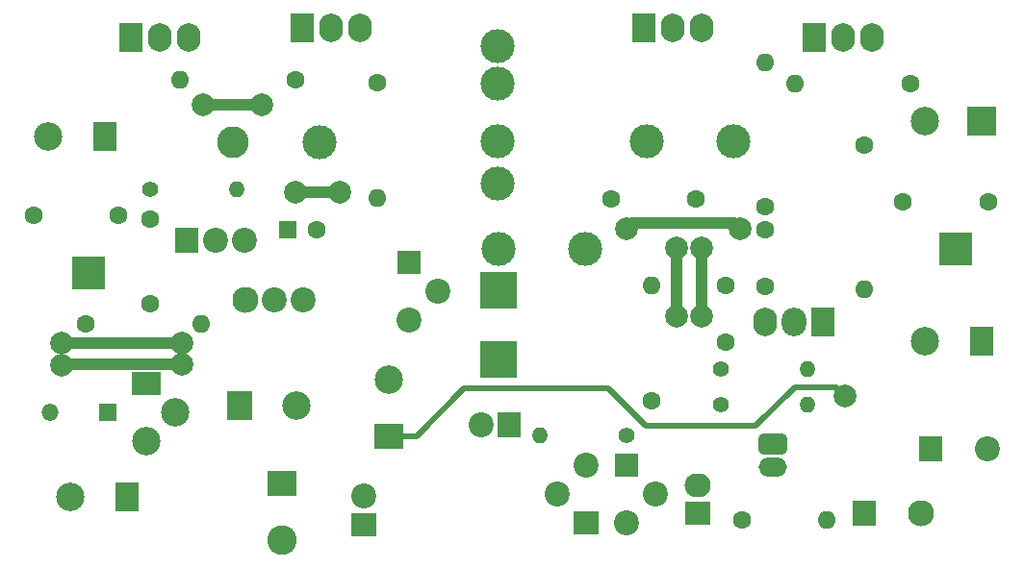
<source format=gbr>
%TF.GenerationSoftware,KiCad,Pcbnew,7.0.9*%
%TF.CreationDate,2023-11-26T22:18:51+01:00*%
%TF.ProjectId,Wzmacniacz_PW3017_modyfikacja,577a6d61-636e-4696-9163-7a5f50573330,rev?*%
%TF.SameCoordinates,Original*%
%TF.FileFunction,Copper,L1,Top*%
%TF.FilePolarity,Positive*%
%FSLAX46Y46*%
G04 Gerber Fmt 4.6, Leading zero omitted, Abs format (unit mm)*
G04 Created by KiCad (PCBNEW 7.0.9) date 2023-11-26 22:18:51*
%MOMM*%
%LPD*%
G01*
G04 APERTURE LIST*
G04 Aperture macros list*
%AMRoundRect*
0 Rectangle with rounded corners*
0 $1 Rounding radius*
0 $2 $3 $4 $5 $6 $7 $8 $9 X,Y pos of 4 corners*
0 Add a 4 corners polygon primitive as box body*
4,1,4,$2,$3,$4,$5,$6,$7,$8,$9,$2,$3,0*
0 Add four circle primitives for the rounded corners*
1,1,$1+$1,$2,$3*
1,1,$1+$1,$4,$5*
1,1,$1+$1,$6,$7*
1,1,$1+$1,$8,$9*
0 Add four rect primitives between the rounded corners*
20,1,$1+$1,$2,$3,$4,$5,0*
20,1,$1+$1,$4,$5,$6,$7,0*
20,1,$1+$1,$6,$7,$8,$9,0*
20,1,$1+$1,$8,$9,$2,$3,0*%
G04 Aperture macros list end*
%TA.AperFunction,ComponentPad*%
%ADD10R,2.000000X2.300000*%
%TD*%
%TA.AperFunction,ComponentPad*%
%ADD11C,2.200000*%
%TD*%
%TA.AperFunction,ComponentPad*%
%ADD12C,3.000000*%
%TD*%
%TA.AperFunction,ComponentPad*%
%ADD13C,1.600000*%
%TD*%
%TA.AperFunction,ComponentPad*%
%ADD14O,1.600000X1.600000*%
%TD*%
%TA.AperFunction,ComponentPad*%
%ADD15R,3.200000X3.200000*%
%TD*%
%TA.AperFunction,ComponentPad*%
%ADD16R,2.100000X2.500000*%
%TD*%
%TA.AperFunction,ComponentPad*%
%ADD17O,2.100000X2.500000*%
%TD*%
%TA.AperFunction,ComponentPad*%
%ADD18R,2.500000X2.200000*%
%TD*%
%TA.AperFunction,ComponentPad*%
%ADD19C,2.500000*%
%TD*%
%TA.AperFunction,ComponentPad*%
%ADD20C,2.300000*%
%TD*%
%TA.AperFunction,ComponentPad*%
%ADD21C,2.800000*%
%TD*%
%TA.AperFunction,ComponentPad*%
%ADD22R,3.000000X3.000000*%
%TD*%
%TA.AperFunction,ComponentPad*%
%ADD23O,2.200000X2.500000*%
%TD*%
%TA.AperFunction,ComponentPad*%
%ADD24R,2.000000X2.000000*%
%TD*%
%TA.AperFunction,ComponentPad*%
%ADD25R,2.300000X2.000000*%
%TD*%
%TA.AperFunction,ComponentPad*%
%ADD26R,2.000000X2.500000*%
%TD*%
%TA.AperFunction,ComponentPad*%
%ADD27R,2.500000X2.500000*%
%TD*%
%TA.AperFunction,ComponentPad*%
%ADD28C,1.400000*%
%TD*%
%TA.AperFunction,ComponentPad*%
%ADD29O,1.400000X1.400000*%
%TD*%
%TA.AperFunction,ComponentPad*%
%ADD30R,1.500000X1.500000*%
%TD*%
%TA.AperFunction,ComponentPad*%
%ADD31O,1.500000X1.500000*%
%TD*%
%TA.AperFunction,ComponentPad*%
%ADD32C,2.600000*%
%TD*%
%TA.AperFunction,ComponentPad*%
%ADD33R,2.500000X2.000000*%
%TD*%
%TA.AperFunction,ComponentPad*%
%ADD34R,2.300000X2.100000*%
%TD*%
%TA.AperFunction,ComponentPad*%
%ADD35O,2.300000X2.100000*%
%TD*%
%TA.AperFunction,ComponentPad*%
%ADD36R,2.200000X2.500000*%
%TD*%
%TA.AperFunction,ComponentPad*%
%ADD37R,1.600000X1.600000*%
%TD*%
%TA.AperFunction,ComponentPad*%
%ADD38R,2.100000X2.300000*%
%TD*%
%TA.AperFunction,ComponentPad*%
%ADD39RoundRect,0.374999X-0.875001X0.525001X-0.875001X-0.525001X0.875001X-0.525001X0.875001X0.525001X0*%
%TD*%
%TA.AperFunction,ComponentPad*%
%ADD40O,2.500000X1.700000*%
%TD*%
%TA.AperFunction,ViaPad*%
%ADD41C,2.000000*%
%TD*%
%TA.AperFunction,Conductor*%
%ADD42C,0.500000*%
%TD*%
%TA.AperFunction,Conductor*%
%ADD43C,1.000000*%
%TD*%
G04 APERTURE END LIST*
D10*
%TO.P,C14,1*%
%TO.N,Net-(C14-Pad1)*%
X164500000Y-107800000D03*
D11*
%TO.P,C14,2*%
%TO.N,GND*%
X162000000Y-107800000D03*
%TD*%
D12*
%TO.P,L1,1*%
%TO.N,Net-(C13-Pad2)*%
X163500000Y-74430000D03*
%TO.P,L1,2*%
%TO.N,Net-(J2-Pin_1)*%
X163500000Y-86500000D03*
%TD*%
D13*
%TO.P,R19,1*%
%TO.N,Net-(Q12-B)*%
X152900000Y-77620000D03*
D14*
%TO.P,R19,2*%
%TO.N,Net-(Q10-G)*%
X152900000Y-87780000D03*
%TD*%
D13*
%TO.P,C6,1*%
%TO.N,Net-(Q4-B)*%
X184950000Y-116200000D03*
D14*
%TO.P,C6,2*%
%TO.N,GND*%
X192450000Y-116200000D03*
%TD*%
D15*
%TO.P,J2,1,Pin_1*%
%TO.N,Net-(J2-Pin_1)*%
X163600000Y-95900000D03*
%TD*%
D16*
%TO.P,Q12,1,E*%
%TO.N,Net-(Q12-E)*%
X146260000Y-72775000D03*
D17*
%TO.P,Q12,2,C*%
%TO.N,Net-(J1-Pin_1)*%
X148800000Y-72775000D03*
%TO.P,Q12,3,B*%
%TO.N,Net-(Q12-B)*%
X151340000Y-72775000D03*
%TD*%
D18*
%TO.P,C2,1*%
%TO.N,/VC+*%
X153900000Y-108767677D03*
D19*
%TO.P,C2,2*%
%TO.N,GND*%
X153900000Y-103767677D03*
%TD*%
D11*
%TO.P,RV1,1,1*%
%TO.N,Net-(R8-Pad2)*%
X146400000Y-96800000D03*
%TO.P,RV1,2,2*%
%TO.N,Net-(Q6-C)*%
X143860000Y-96800000D03*
D20*
%TO.P,RV1,3,3*%
X141320000Y-96800000D03*
%TD*%
D16*
%TO.P,C18,1*%
%TO.N,Net-(J1-Pin_1)*%
X128900000Y-82400000D03*
D19*
%TO.P,C18,2*%
%TO.N,GND*%
X123900000Y-82400000D03*
%TD*%
D13*
%TO.P,C15,1*%
%TO.N,Net-(Q10-G)*%
X132900000Y-89650000D03*
%TO.P,C15,2*%
%TO.N,Net-(Q6-C)*%
X132900000Y-97150000D03*
%TD*%
%TO.P,C17,1*%
%TO.N,Net-(C17-Pad1)*%
X173450000Y-87900000D03*
%TO.P,C17,2*%
%TO.N,GND*%
X180950000Y-87900000D03*
%TD*%
D12*
%TO.P,R24,1*%
%TO.N,Net-(C13-Pad2)*%
X147800000Y-82900000D03*
D21*
%TO.P,R24,2*%
%TO.N,Net-(Q14-E)*%
X140180000Y-82900000D03*
%TD*%
D12*
%TO.P,R25,1*%
%TO.N,Net-(C13-Pad2)*%
X176590000Y-82800000D03*
%TO.P,R25,2*%
%TO.N,Net-(Q15-E)*%
X184210000Y-82800000D03*
%TD*%
D22*
%TO.P,J4,1,Pin_1*%
%TO.N,Net-(J4-Pin_1)*%
X203800000Y-92300000D03*
%TD*%
D16*
%TO.P,Q6,1,E*%
%TO.N,Net-(Q6-E)*%
X192080000Y-98700000D03*
D23*
%TO.P,Q6,2,C*%
%TO.N,Net-(Q6-C)*%
X189540000Y-98700000D03*
D17*
%TO.P,Q6,3,B*%
%TO.N,Net-(Q4-C)*%
X187000000Y-98700000D03*
%TD*%
D12*
%TO.P,R28,1*%
%TO.N,Net-(C17-Pad1)*%
X171200000Y-92300000D03*
%TO.P,R28,2*%
%TO.N,Net-(J2-Pin_1)*%
X163580000Y-92300000D03*
%TD*%
D13*
%TO.P,R12,1*%
%TO.N,Net-(Q6-C)*%
X187000000Y-88600000D03*
D14*
%TO.P,R12,2*%
%TO.N,Net-(Q13-B)*%
X187000000Y-75900000D03*
%TD*%
D24*
%TO.P,Q4,1,C*%
%TO.N,Net-(Q4-C)*%
X174830000Y-111360000D03*
D11*
%TO.P,Q4,2,B*%
%TO.N,Net-(Q4-B)*%
X177370000Y-113900000D03*
%TO.P,Q4,3,E*%
%TO.N,Net-(Q4-E)*%
X174830000Y-116440000D03*
%TD*%
D22*
%TO.P,J1,1,Pin_1*%
%TO.N,Net-(J1-Pin_1)*%
X127500000Y-94400000D03*
%TD*%
D10*
%TO.P,Q10,1,G*%
%TO.N,Net-(Q10-G)*%
X136120000Y-91500000D03*
D11*
%TO.P,Q10,2,S*%
%TO.N,Net-(Q10-S)*%
X138660000Y-91500000D03*
%TO.P,Q10,3,D*%
%TO.N,Net-(Q10-D)*%
X141200000Y-91500000D03*
%TD*%
D25*
%TO.P,Q11,1,C*%
%TO.N,Net-(Q11-C)*%
X171300000Y-116440000D03*
D11*
%TO.P,Q11,2,B*%
%TO.N,Net-(Q11-B)*%
X168760000Y-113900000D03*
%TO.P,Q11,3,E*%
%TO.N,Net-(Q11-E)*%
X171300000Y-111360000D03*
%TD*%
D16*
%TO.P,Q13,1,E*%
%TO.N,Net-(Q13-E)*%
X176360000Y-72800000D03*
D17*
%TO.P,Q13,2,C*%
%TO.N,Net-(J4-Pin_1)*%
X178900000Y-72800000D03*
%TO.P,Q13,3,B*%
%TO.N,Net-(Q13-B)*%
X181440000Y-72800000D03*
%TD*%
D26*
%TO.P,C12,1*%
%TO.N,GND*%
X206067677Y-100400000D03*
D19*
%TO.P,C12,2*%
%TO.N,Net-(Q6-E)*%
X201067677Y-100400000D03*
%TD*%
D27*
%TO.P,C19,1*%
%TO.N,GND*%
X206100000Y-81000000D03*
D19*
%TO.P,C19,2*%
%TO.N,Net-(J4-Pin_1)*%
X201100000Y-81000000D03*
%TD*%
D28*
%TO.P,R10,1*%
%TO.N,Net-(Q4-C)*%
X183090000Y-102900000D03*
D29*
%TO.P,R10,2*%
%TO.N,Net-(Q7-C)*%
X190710000Y-102900000D03*
%TD*%
D13*
%TO.P,C21,1*%
%TO.N,GND*%
X206650000Y-88100000D03*
%TO.P,C21,2*%
%TO.N,Net-(J4-Pin_1)*%
X199150000Y-88100000D03*
%TD*%
D16*
%TO.P,Q14,1,B*%
%TO.N,Net-(Q12-E)*%
X131260000Y-73645000D03*
D17*
%TO.P,Q14,2,C*%
%TO.N,Net-(J1-Pin_1)*%
X133800000Y-73645000D03*
%TO.P,Q14,3,E*%
%TO.N,Net-(Q14-E)*%
X136340000Y-73645000D03*
%TD*%
D30*
%TO.P,D2,1,K*%
%TO.N,Net-(D2-K)*%
X129185330Y-106700000D03*
D31*
%TO.P,D2,2,A*%
%TO.N,GND*%
X124105330Y-106700000D03*
%TD*%
D25*
%TO.P,D1,1,K*%
%TO.N,Net-(D1-K)*%
X151700000Y-116575000D03*
D11*
%TO.P,D1,2,A*%
%TO.N,/VC+*%
X151700000Y-114035000D03*
%TD*%
D15*
%TO.P,J5,1,Pin_1*%
%TO.N,GND*%
X163600000Y-102000000D03*
%TD*%
D28*
%TO.P,R20,1*%
%TO.N,Net-(Q10-G)*%
X132890000Y-87000000D03*
D29*
%TO.P,R20,2*%
%TO.N,Net-(Q10-S)*%
X140510000Y-87000000D03*
%TD*%
D13*
%TO.P,R6,1*%
%TO.N,Net-(J1-Pin_1)*%
X127220000Y-98900000D03*
D14*
%TO.P,R6,2*%
%TO.N,Net-(Q3-C)*%
X137380000Y-98900000D03*
%TD*%
D18*
%TO.P,C3,1*%
%TO.N,/VC+*%
X144500000Y-112900000D03*
D32*
%TO.P,C3,2*%
%TO.N,Net-(Q2-B)*%
X144500000Y-117900000D03*
%TD*%
D24*
%TO.P,Q8,1,C*%
%TO.N,Net-(Q10-G)*%
X155700000Y-93500000D03*
D11*
%TO.P,Q8,2,B*%
%TO.N,Net-(Q8-B)*%
X158240000Y-96040000D03*
%TO.P,Q8,3,E*%
%TO.N,Net-(Q6-C)*%
X155700000Y-98580000D03*
%TD*%
D13*
%TO.P,C7,1*%
%TO.N,Net-(C13-Pad2)*%
X183500000Y-95500000D03*
%TO.P,C7,2*%
%TO.N,Net-(Q4-C)*%
X183500000Y-100500000D03*
%TD*%
%TO.P,C20,1*%
%TO.N,Net-(J1-Pin_1)*%
X130150000Y-89300000D03*
%TO.P,C20,2*%
%TO.N,GND*%
X122650000Y-89300000D03*
%TD*%
D16*
%TO.P,C4,1*%
%TO.N,Net-(D2-K)*%
X130900000Y-114100000D03*
D19*
%TO.P,C4,2*%
%TO.N,GND*%
X125900000Y-114100000D03*
%TD*%
D13*
%TO.P,C8,1*%
%TO.N,Net-(Q4-C)*%
X187000000Y-95600000D03*
%TO.P,C8,2*%
%TO.N,Net-(Q6-C)*%
X187000000Y-90600000D03*
%TD*%
D33*
%TO.P,Q3,1,C*%
%TO.N,Net-(Q3-C)*%
X132560000Y-104160000D03*
D19*
%TO.P,Q3,2,B*%
%TO.N,Net-(D2-K)*%
X135100000Y-106700000D03*
%TO.P,Q3,3,E*%
%TO.N,Net-(Q3-E)*%
X132560000Y-109240000D03*
%TD*%
D34*
%TO.P,C5,1*%
%TO.N,Net-(Q4-B)*%
X181100000Y-115600000D03*
D35*
%TO.P,C5,2*%
%TO.N,Net-(J3-Pin_2)*%
X181100000Y-113100000D03*
%TD*%
D10*
%TO.P,C10,1*%
%TO.N,Net-(Q7-E)*%
X201600000Y-109900000D03*
D11*
%TO.P,C10,2*%
%TO.N,Net-(Q6-E)*%
X206600000Y-109900000D03*
%TD*%
D36*
%TO.P,C16,1*%
%TO.N,Net-(Q3-C)*%
X140800000Y-106100000D03*
D19*
%TO.P,C16,2*%
%TO.N,GND*%
X145800000Y-106100000D03*
%TD*%
D13*
%TO.P,R18,1*%
%TO.N,Net-(Q11-B)*%
X177000000Y-105650000D03*
D14*
%TO.P,R18,2*%
%TO.N,Net-(C13-Pad2)*%
X177000000Y-95490000D03*
%TD*%
D13*
%TO.P,R27,1*%
%TO.N,Net-(Q15-E)*%
X199780000Y-77700000D03*
D14*
%TO.P,R27,2*%
%TO.N,Net-(Q13-E)*%
X189620000Y-77700000D03*
%TD*%
D37*
%TO.P,C13,1*%
%TO.N,Net-(Q10-D)*%
X145017621Y-90600000D03*
D13*
%TO.P,C13,2*%
%TO.N,Net-(C13-Pad2)*%
X147517621Y-90600000D03*
%TD*%
%TO.P,R22,1*%
%TO.N,Net-(J4-Pin_1)*%
X195700000Y-83150000D03*
D14*
%TO.P,R22,2*%
%TO.N,Net-(Q6-E)*%
X195700000Y-95850000D03*
%TD*%
D28*
%TO.P,R14,1*%
%TO.N,Net-(Q11-C)*%
X183100000Y-106000000D03*
D29*
%TO.P,R14,2*%
%TO.N,Net-(JP1-B)*%
X190720000Y-106000000D03*
%TD*%
D28*
%TO.P,R17,1*%
%TO.N,Net-(Q11-B)*%
X174800000Y-108700000D03*
D29*
%TO.P,R17,2*%
%TO.N,Net-(C14-Pad1)*%
X167180000Y-108700000D03*
%TD*%
D38*
%TO.P,C11,1*%
%TO.N,Net-(Q9-E)*%
X195700000Y-115600000D03*
D20*
%TO.P,C11,2*%
%TO.N,Net-(Q6-E)*%
X200700000Y-115600000D03*
%TD*%
D16*
%TO.P,Q15,1,B*%
%TO.N,Net-(Q13-E)*%
X191360000Y-73645000D03*
D17*
%TO.P,Q15,2,C*%
%TO.N,Net-(J4-Pin_1)*%
X193900000Y-73645000D03*
%TO.P,Q15,3,E*%
%TO.N,Net-(Q15-E)*%
X196440000Y-73645000D03*
%TD*%
D39*
%TO.P,J3,1,Pin_1*%
%TO.N,GND*%
X187700000Y-109500000D03*
D40*
%TO.P,J3,2,Pin_2*%
%TO.N,Net-(J3-Pin_2)*%
X187700000Y-111500000D03*
%TD*%
D12*
%TO.P,R23,1*%
%TO.N,Net-(J2-Pin_1)*%
X163500000Y-82800000D03*
%TO.P,R23,2*%
%TO.N,Net-(C13-Pad2)*%
X163500000Y-77720000D03*
%TD*%
D13*
%TO.P,R26,1*%
%TO.N,Net-(Q12-E)*%
X145680000Y-77400000D03*
D14*
%TO.P,R26,2*%
%TO.N,Net-(Q14-E)*%
X135520000Y-77400000D03*
%TD*%
D41*
%TO.N,/VC+*%
X194000000Y-105200000D03*
%TO.N,GND*%
X125100000Y-102500000D03*
X181400000Y-98200000D03*
X135700000Y-100600000D03*
X181400000Y-92199500D03*
X179200000Y-98200000D03*
X179200497Y-92200000D03*
X125100000Y-100600000D03*
X135700000Y-102460500D03*
%TO.N,Net-(Q6-C)*%
X184800000Y-90500000D03*
X174800000Y-90500000D03*
%TO.N,Net-(Q10-G)*%
X145700000Y-87300000D03*
X149600000Y-87300000D03*
%TO.N,Net-(Q12-E)*%
X137600000Y-79600000D03*
X142700000Y-79600000D03*
%TD*%
D42*
%TO.N,/VC+*%
X189600000Y-104500000D02*
X186200000Y-107900000D01*
X160500000Y-104600000D02*
X156332323Y-108767677D01*
X194000000Y-105200000D02*
X193300000Y-104500000D01*
X173200000Y-104600000D02*
X160500000Y-104600000D01*
X156332323Y-108767677D02*
X153900000Y-108767677D01*
X176500000Y-107900000D02*
X173200000Y-104600000D01*
X186200000Y-107900000D02*
X176500000Y-107900000D01*
X193300000Y-104500000D02*
X189600000Y-104500000D01*
D43*
%TO.N,GND*%
X135699500Y-102460000D02*
X135700000Y-102460500D01*
X125100000Y-100600000D02*
X135700000Y-100600000D01*
X125100000Y-102500000D02*
X125140000Y-102460000D01*
X179200000Y-92200497D02*
X179200497Y-92200000D01*
X179200000Y-98200000D02*
X179200000Y-92200497D01*
X181400000Y-98200000D02*
X181400000Y-92199500D01*
X125140000Y-102460000D02*
X135699500Y-102460000D01*
%TO.N,Net-(Q6-C)*%
X184800000Y-90500000D02*
X184300000Y-90000000D01*
X184300000Y-90000000D02*
X175300000Y-90000000D01*
X175300000Y-90000000D02*
X174800000Y-90500000D01*
%TO.N,Net-(Q10-G)*%
X145700000Y-87300000D02*
X149600000Y-87300000D01*
%TO.N,Net-(Q12-E)*%
X137600000Y-79600000D02*
X142700000Y-79600000D01*
%TD*%
M02*

</source>
